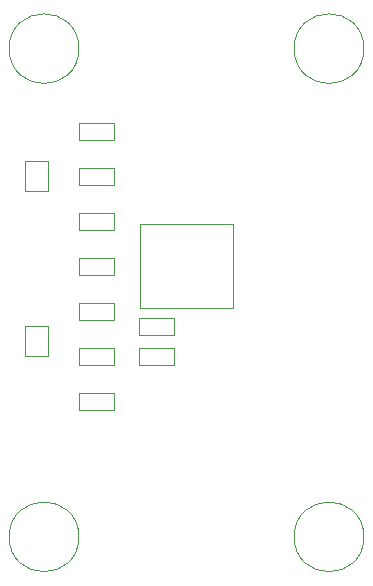
<source format=gbr>
G04 #@! TF.GenerationSoftware,KiCad,Pcbnew,(5.1.2)-1*
G04 #@! TF.CreationDate,2020-09-11T17:35:28+02:00*
G04 #@! TF.ProjectId,LEDadapter,4c454461-6461-4707-9465-722e6b696361,1.0*
G04 #@! TF.SameCoordinates,Original*
G04 #@! TF.FileFunction,Other,User*
%FSLAX46Y46*%
G04 Gerber Fmt 4.6, Leading zero omitted, Abs format (unit mm)*
G04 Created by KiCad (PCBNEW (5.1.2)-1) date 2020-09-11 17:35:28*
%MOMM*%
%LPD*%
G04 APERTURE LIST*
%ADD10C,0.050000*%
G04 APERTURE END LIST*
D10*
X92500000Y-94520000D02*
X95460000Y-94520000D01*
X92500000Y-95980000D02*
X92500000Y-94520000D01*
X95460000Y-95980000D02*
X92500000Y-95980000D01*
X95460000Y-94520000D02*
X95460000Y-95980000D01*
X95460000Y-91980000D02*
X95460000Y-93440000D01*
X95460000Y-93440000D02*
X92500000Y-93440000D01*
X92500000Y-93440000D02*
X92500000Y-91980000D01*
X92500000Y-91980000D02*
X95460000Y-91980000D01*
X87420000Y-99790000D02*
X87420000Y-98330000D01*
X87420000Y-98330000D02*
X90380000Y-98330000D01*
X90380000Y-98330000D02*
X90380000Y-99790000D01*
X90380000Y-99790000D02*
X87420000Y-99790000D01*
X90380000Y-95980000D02*
X87420000Y-95980000D01*
X90380000Y-94520000D02*
X90380000Y-95980000D01*
X87420000Y-94520000D02*
X90380000Y-94520000D01*
X87420000Y-95980000D02*
X87420000Y-94520000D01*
X87420000Y-92170000D02*
X87420000Y-90710000D01*
X87420000Y-90710000D02*
X90380000Y-90710000D01*
X90380000Y-90710000D02*
X90380000Y-92170000D01*
X90380000Y-92170000D02*
X87420000Y-92170000D01*
X90380000Y-88360000D02*
X87420000Y-88360000D01*
X90380000Y-86900000D02*
X90380000Y-88360000D01*
X87420000Y-86900000D02*
X90380000Y-86900000D01*
X87420000Y-88360000D02*
X87420000Y-86900000D01*
X87420000Y-84550000D02*
X87420000Y-83090000D01*
X87420000Y-83090000D02*
X90380000Y-83090000D01*
X90380000Y-83090000D02*
X90380000Y-84550000D01*
X90380000Y-84550000D02*
X87420000Y-84550000D01*
X90380000Y-80740000D02*
X87420000Y-80740000D01*
X90380000Y-79280000D02*
X90380000Y-80740000D01*
X87420000Y-79280000D02*
X90380000Y-79280000D01*
X87420000Y-80740000D02*
X87420000Y-79280000D01*
X87420000Y-76930000D02*
X87420000Y-75470000D01*
X87420000Y-75470000D02*
X90380000Y-75470000D01*
X90380000Y-75470000D02*
X90380000Y-76930000D01*
X90380000Y-76930000D02*
X87420000Y-76930000D01*
X87405000Y-69215000D02*
G75*
G03X87405000Y-69215000I-2950000J0D01*
G01*
X111535000Y-69215000D02*
G75*
G03X111535000Y-69215000I-2950000J0D01*
G01*
X87405000Y-110553500D02*
G75*
G03X87405000Y-110553500I-2950000J0D01*
G01*
X111535000Y-110553500D02*
G75*
G03X111535000Y-110553500I-2950000J0D01*
G01*
X84820000Y-95230000D02*
X82820000Y-95230000D01*
X84820000Y-95230000D02*
X84820000Y-92730000D01*
X82820000Y-92730000D02*
X82820000Y-95230000D01*
X82820000Y-92730000D02*
X84820000Y-92730000D01*
X82820000Y-78760000D02*
X84820000Y-78760000D01*
X82820000Y-78760000D02*
X82820000Y-81260000D01*
X84820000Y-81260000D02*
X84820000Y-78760000D01*
X84820000Y-81260000D02*
X82820000Y-81260000D01*
X100470000Y-91180000D02*
X100470000Y-84080000D01*
X92570000Y-91180000D02*
X92570000Y-84080000D01*
X100470000Y-91180000D02*
X92570000Y-91180000D01*
X100470000Y-84080000D02*
X92570000Y-84080000D01*
M02*

</source>
